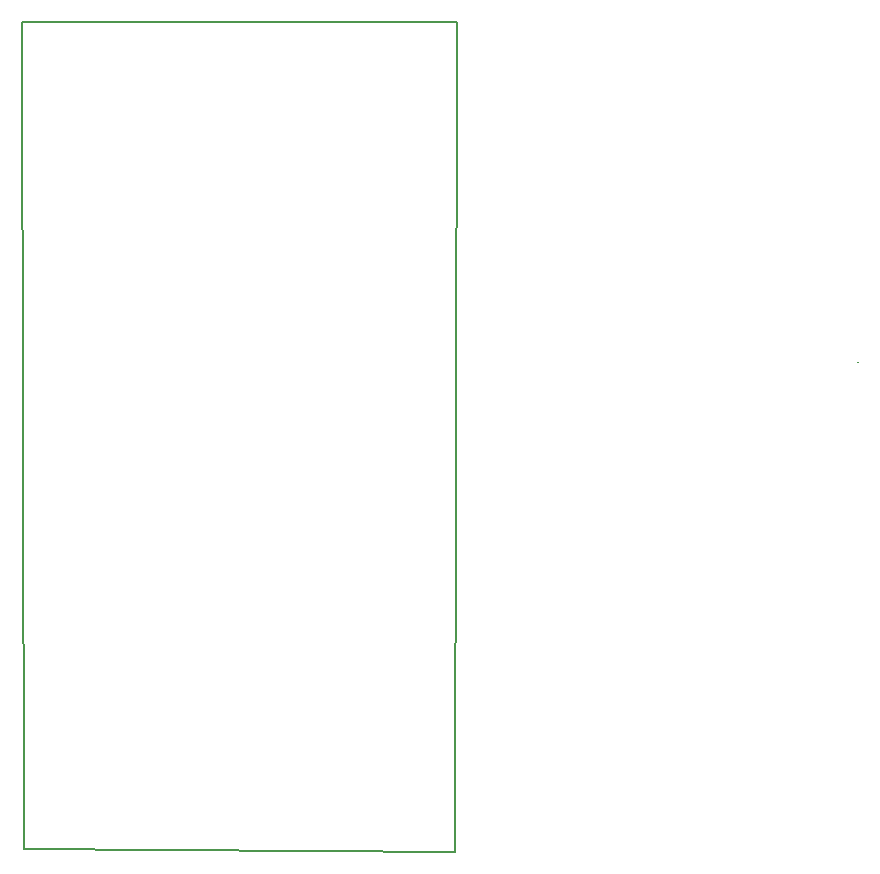
<source format=gbr>
G04 #@! TF.GenerationSoftware,KiCad,Pcbnew,5.1.6-c6e7f7d~87~ubuntu18.04.1*
G04 #@! TF.CreationDate,2020-11-02T00:43:46+05:30*
G04 #@! TF.ProjectId,Sensor_pcb_v3,53656e73-6f72-45f7-9063-625f76332e6b,rev?*
G04 #@! TF.SameCoordinates,Original*
G04 #@! TF.FileFunction,Other,User*
%FSLAX46Y46*%
G04 Gerber Fmt 4.6, Leading zero omitted, Abs format (unit mm)*
G04 Created by KiCad (PCBNEW 5.1.6-c6e7f7d~87~ubuntu18.04.1) date 2020-11-02 00:43:46*
%MOMM*%
%LPD*%
G01*
G04 APERTURE LIST*
%ADD10C,0.150000*%
G04 APERTURE END LIST*
D10*
X23279100Y-89527380D02*
X23281640Y-89519760D01*
X59763660Y-89766140D02*
X23279100Y-89527380D01*
X60010040Y-19464020D02*
X59763660Y-89766140D01*
X23129240Y-19471640D02*
X60010040Y-19464020D01*
X23279100Y-89527380D02*
X23129240Y-19471640D01*
X93936820Y-48252380D02*
X93949520Y-48226980D01*
X93936820Y-48239680D02*
X93936820Y-48252380D01*
M02*

</source>
